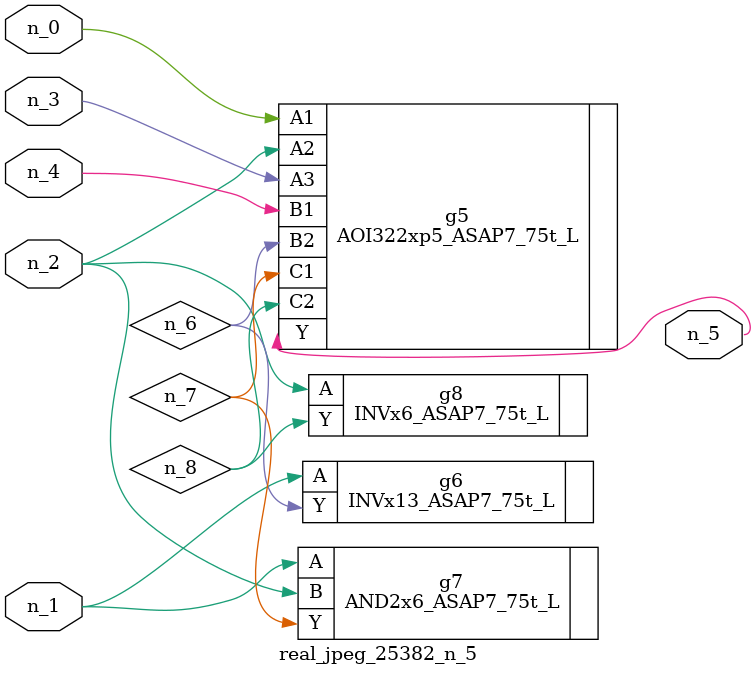
<source format=v>
module real_jpeg_25382_n_5 (n_4, n_0, n_1, n_2, n_3, n_5);

input n_4;
input n_0;
input n_1;
input n_2;
input n_3;

output n_5;

wire n_8;
wire n_6;
wire n_7;

AOI322xp5_ASAP7_75t_L g5 ( 
.A1(n_0),
.A2(n_2),
.A3(n_3),
.B1(n_4),
.B2(n_6),
.C1(n_7),
.C2(n_8),
.Y(n_5)
);

INVx13_ASAP7_75t_L g6 ( 
.A(n_1),
.Y(n_6)
);

AND2x6_ASAP7_75t_L g7 ( 
.A(n_1),
.B(n_2),
.Y(n_7)
);

INVx6_ASAP7_75t_L g8 ( 
.A(n_2),
.Y(n_8)
);


endmodule
</source>
